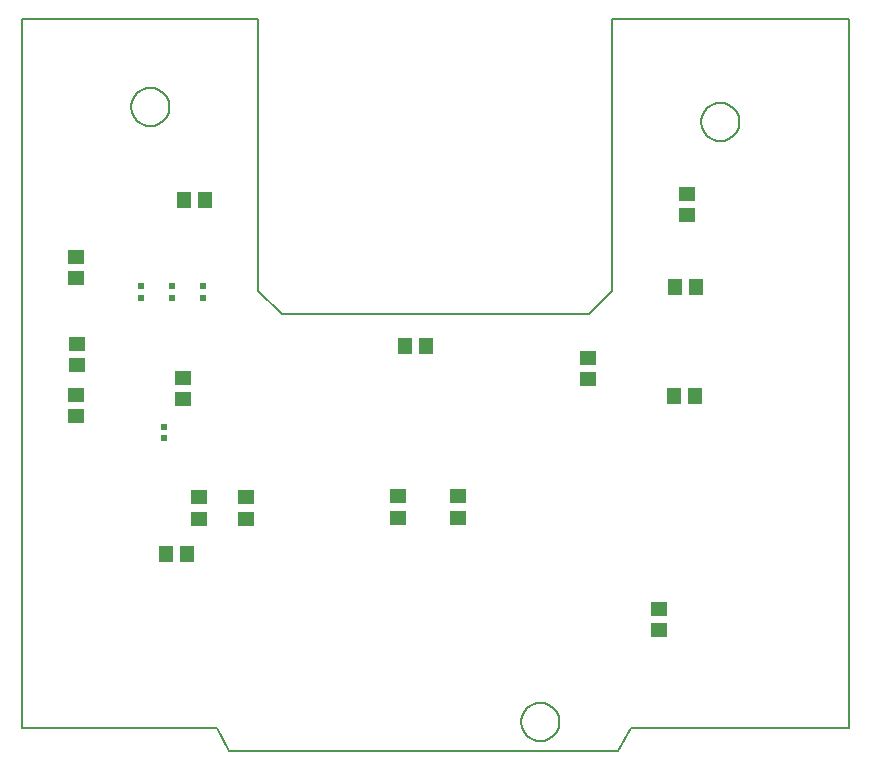
<source format=gbr>
G04 PROTEUS GERBER X2 FILE*
%TF.GenerationSoftware,Labcenter,Proteus,8.12-SP2-Build31155*%
%TF.CreationDate,2024-12-01T22:34:02+00:00*%
%TF.FileFunction,Paste,Bot*%
%TF.FilePolarity,Positive*%
%TF.Part,Single*%
%TF.SameCoordinates,{8af06a29-b4e8-4d9f-b474-ceea615e185d}*%
%FSLAX45Y45*%
%MOMM*%
G01*
%TA.AperFunction,Material*%
%ADD38R,1.447800X1.143000*%
%ADD39R,1.143000X1.447800*%
%ADD40R,0.609600X0.558800*%
%TA.AperFunction,Profile*%
%ADD71C,0.203200*%
%TD.AperFunction*%
D38*
X+5391419Y+828581D03*
X+5391419Y+1008581D03*
X+1500000Y+1770000D03*
X+1500000Y+1950000D03*
X+3690000Y+1960000D03*
X+3690000Y+1780000D03*
D39*
X+1370000Y+4470000D03*
X+1550000Y+4470000D03*
D40*
X+1270000Y+3740000D03*
X+1270000Y+3640000D03*
X+1010000Y+3740000D03*
X+1010000Y+3640000D03*
X+1200000Y+2450000D03*
X+1200000Y+2550000D03*
X+1530000Y+3740000D03*
X+1530000Y+3640000D03*
D38*
X+3180000Y+1960000D03*
X+3180000Y+1780000D03*
X+455500Y+3810000D03*
X+455500Y+3990000D03*
D39*
X+3240000Y+3230000D03*
X+3420000Y+3230000D03*
D38*
X+460000Y+2820000D03*
X+460000Y+2640000D03*
D39*
X+5530000Y+3730000D03*
X+5710000Y+3730000D03*
D38*
X+1900000Y+1770000D03*
X+1900000Y+1950000D03*
X+470000Y+3250000D03*
X+470000Y+3070000D03*
D39*
X+1400000Y+1470000D03*
X+1220000Y+1470000D03*
X+5700000Y+2810000D03*
X+5520000Y+2810000D03*
D38*
X+4790000Y+2950000D03*
X+4790000Y+3130000D03*
X+5630000Y+4520000D03*
X+5630000Y+4340000D03*
X+1360000Y+2960000D03*
X+1360000Y+2780000D03*
D71*
X+0Y+0D02*
X+1650000Y+0D01*
X+7000000Y+0D02*
X+7000000Y+6000000D01*
X+5000000Y+6000000D01*
X+5000000Y+3700000D01*
X+4800000Y+3500000D01*
X+2200000Y+3500000D01*
X+2000000Y+3700000D02*
X+2000000Y+6000000D01*
X+0Y+6000000D01*
X+0Y+0D01*
X+2000000Y+3700000D02*
X+2200000Y+3500000D01*
X+5160000Y+0D02*
X+7000000Y+0D01*
X+1750000Y-200000D02*
X+5050000Y-200000D01*
X+1650000Y+0D02*
X+1750000Y-200000D01*
X+5160000Y+0D02*
X+5050000Y-200000D01*
X+4550045Y+50000D02*
X+4549508Y+63142D01*
X+4545144Y+89427D01*
X+4536029Y+115712D01*
X+4521182Y+141997D01*
X+4498470Y+168118D01*
X+4472185Y+187898D01*
X+4445900Y+200658D01*
X+4419615Y+208108D01*
X+4393330Y+210987D01*
X+4389000Y+211045D01*
X+4227955Y+50000D02*
X+4228492Y+63142D01*
X+4232856Y+89427D01*
X+4241971Y+115712D01*
X+4256818Y+141997D01*
X+4279530Y+168118D01*
X+4305815Y+187898D01*
X+4332100Y+200658D01*
X+4358385Y+208108D01*
X+4384670Y+210987D01*
X+4389000Y+211045D01*
X+4227955Y+50000D02*
X+4228492Y+36858D01*
X+4232856Y+10573D01*
X+4241971Y-15712D01*
X+4256818Y-41997D01*
X+4279530Y-68118D01*
X+4305815Y-87898D01*
X+4332100Y-100658D01*
X+4358385Y-108108D01*
X+4384670Y-110987D01*
X+4389000Y-111045D01*
X+4550045Y+50000D02*
X+4549508Y+36858D01*
X+4545144Y+10573D01*
X+4536029Y-15712D01*
X+4521182Y-41997D01*
X+4498470Y-68118D01*
X+4472185Y-87898D01*
X+4445900Y-100658D01*
X+4419615Y-108108D01*
X+4393330Y-110987D01*
X+4389000Y-111045D01*
X+6074045Y+5130000D02*
X+6073508Y+5143142D01*
X+6069144Y+5169427D01*
X+6060029Y+5195712D01*
X+6045182Y+5221997D01*
X+6022470Y+5248118D01*
X+5996185Y+5267898D01*
X+5969900Y+5280658D01*
X+5943615Y+5288108D01*
X+5917330Y+5290987D01*
X+5913000Y+5291045D01*
X+5751955Y+5130000D02*
X+5752492Y+5143142D01*
X+5756856Y+5169427D01*
X+5765971Y+5195712D01*
X+5780818Y+5221997D01*
X+5803530Y+5248118D01*
X+5829815Y+5267898D01*
X+5856100Y+5280658D01*
X+5882385Y+5288108D01*
X+5908670Y+5290987D01*
X+5913000Y+5291045D01*
X+5751955Y+5130000D02*
X+5752492Y+5116858D01*
X+5756856Y+5090573D01*
X+5765971Y+5064288D01*
X+5780818Y+5038003D01*
X+5803530Y+5011882D01*
X+5829815Y+4992102D01*
X+5856100Y+4979342D01*
X+5882385Y+4971892D01*
X+5908670Y+4969013D01*
X+5913000Y+4968955D01*
X+6074045Y+5130000D02*
X+6073508Y+5116858D01*
X+6069144Y+5090573D01*
X+6060029Y+5064288D01*
X+6045182Y+5038003D01*
X+6022470Y+5011882D01*
X+5996185Y+4992102D01*
X+5969900Y+4979342D01*
X+5943615Y+4971892D01*
X+5917330Y+4969013D01*
X+5913000Y+4968955D01*
X+1248045Y+5257000D02*
X+1247508Y+5270142D01*
X+1243144Y+5296427D01*
X+1234029Y+5322712D01*
X+1219182Y+5348997D01*
X+1196470Y+5375118D01*
X+1170185Y+5394898D01*
X+1143900Y+5407658D01*
X+1117615Y+5415108D01*
X+1091330Y+5417987D01*
X+1087000Y+5418045D01*
X+925955Y+5257000D02*
X+926492Y+5270142D01*
X+930856Y+5296427D01*
X+939971Y+5322712D01*
X+954818Y+5348997D01*
X+977530Y+5375118D01*
X+1003815Y+5394898D01*
X+1030100Y+5407658D01*
X+1056385Y+5415108D01*
X+1082670Y+5417987D01*
X+1087000Y+5418045D01*
X+925955Y+5257000D02*
X+926492Y+5243858D01*
X+930856Y+5217573D01*
X+939971Y+5191288D01*
X+954818Y+5165003D01*
X+977530Y+5138882D01*
X+1003815Y+5119102D01*
X+1030100Y+5106342D01*
X+1056385Y+5098892D01*
X+1082670Y+5096013D01*
X+1087000Y+5095955D01*
X+1248045Y+5257000D02*
X+1247508Y+5243858D01*
X+1243144Y+5217573D01*
X+1234029Y+5191288D01*
X+1219182Y+5165003D01*
X+1196470Y+5138882D01*
X+1170185Y+5119102D01*
X+1143900Y+5106342D01*
X+1117615Y+5098892D01*
X+1091330Y+5096013D01*
X+1087000Y+5095955D01*
M02*

</source>
